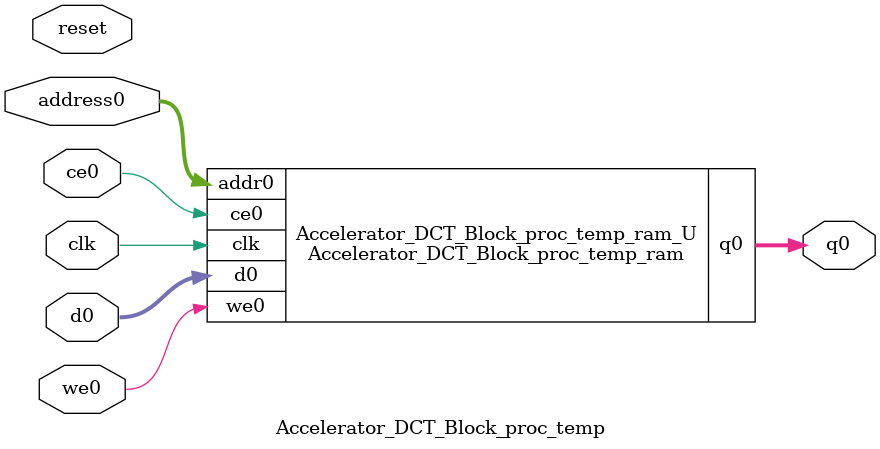
<source format=v>

`timescale 1 ns / 1 ps
module Accelerator_DCT_Block_proc_temp_ram (addr0, ce0, d0, we0, q0,  clk);

parameter DWIDTH = 32;
parameter AWIDTH = 6;
parameter MEM_SIZE = 64;

input[AWIDTH-1:0] addr0;
input ce0;
input[DWIDTH-1:0] d0;
input we0;
output reg[DWIDTH-1:0] q0;
input clk;

(* ram_style = "block" *)reg [DWIDTH-1:0] ram[MEM_SIZE-1:0];




always @(posedge clk)  
begin 
    if (ce0) 
    begin
        if (we0) 
        begin 
            ram[addr0] <= d0; 
            q0 <= d0;
        end 
        else 
            q0 <= ram[addr0];
    end
end


endmodule


`timescale 1 ns / 1 ps
module Accelerator_DCT_Block_proc_temp(
    reset,
    clk,
    address0,
    ce0,
    we0,
    d0,
    q0);

parameter DataWidth = 32'd32;
parameter AddressRange = 32'd64;
parameter AddressWidth = 32'd6;
input reset;
input clk;
input[AddressWidth - 1:0] address0;
input ce0;
input we0;
input[DataWidth - 1:0] d0;
output[DataWidth - 1:0] q0;



Accelerator_DCT_Block_proc_temp_ram Accelerator_DCT_Block_proc_temp_ram_U(
    .clk( clk ),
    .addr0( address0 ),
    .ce0( ce0 ),
    .d0( d0 ),
    .we0( we0 ),
    .q0( q0 ));

endmodule


</source>
